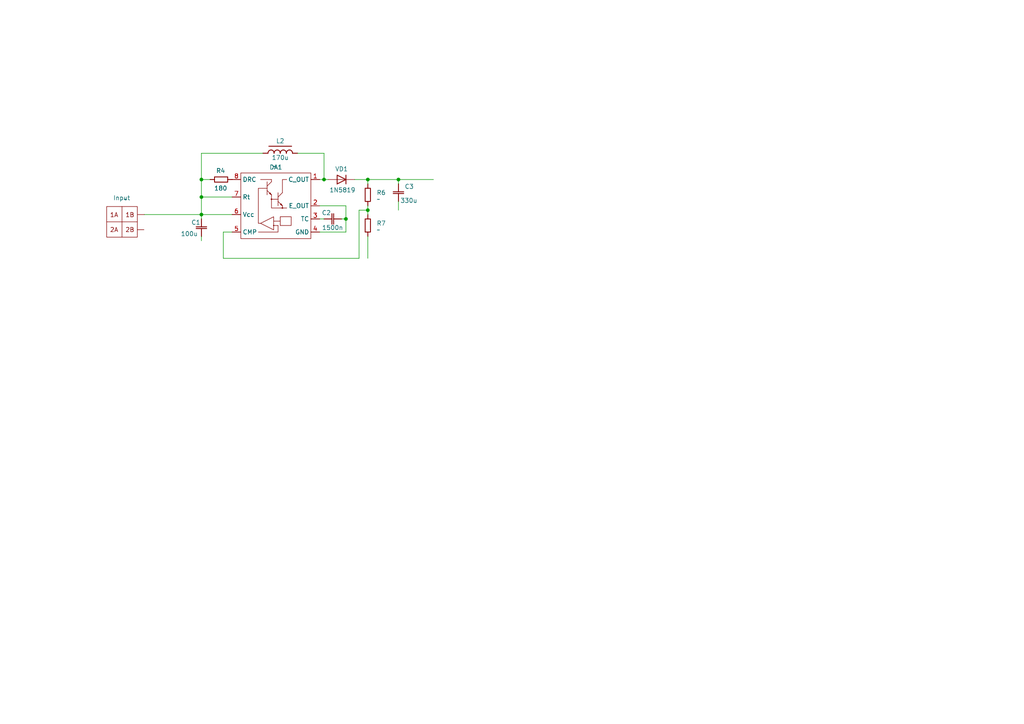
<source format=kicad_sch>
(kicad_sch
	(version 20250114)
	(generator "eeschema")
	(generator_version "9.0")
	(uuid "12addb3e-1f14-4c12-bd81-166fb6559819")
	(paper "A4")
	(lib_symbols
		(symbol "Capacitor_1"
			(exclude_from_sim no)
			(in_bom yes)
			(on_board yes)
			(property "Reference" "С"
				(at 0 2.54 0)
				(effects
					(font
						(size 1.27 1.27)
					)
				)
			)
			(property "Value" ""
				(at 0 0 0)
				(effects
					(font
						(size 1.27 1.27)
					)
				)
			)
			(property "Footprint" ""
				(at 0 0 0)
				(effects
					(font
						(size 1.27 1.27)
					)
					(hide yes)
				)
			)
			(property "Datasheet" ""
				(at 0 0 0)
				(effects
					(font
						(size 1.27 1.27)
					)
					(hide yes)
				)
			)
			(property "Description" ""
				(at 0 0 0)
				(effects
					(font
						(size 1.27 1.27)
					)
					(hide yes)
				)
			)
			(symbol "Capacitor_1_1_1"
				(polyline
					(pts
						(xy -0.254 1.524) (xy -0.254 -1.524)
					)
					(stroke
						(width 0.254)
						(type solid)
					)
					(fill
						(type none)
					)
				)
				(polyline
					(pts
						(xy -0.254 0) (xy -2.54 0)
					)
					(stroke
						(width 0.254)
						(type solid)
					)
					(fill
						(type none)
					)
				)
				(polyline
					(pts
						(xy 0.254 1.524) (xy 0.254 -1.524)
					)
					(stroke
						(width 0.254)
						(type solid)
					)
					(fill
						(type none)
					)
				)
				(polyline
					(pts
						(xy 0.254 0) (xy 2.54 0)
					)
					(stroke
						(width 0.254)
						(type solid)
					)
					(fill
						(type none)
					)
				)
				(pin passive line
					(at -2.54 0 0)
					(length 0)
					(name ""
						(effects
							(font
								(size 1.27 1.27)
							)
						)
					)
					(number ""
						(effects
							(font
								(size 1.27 1.27)
							)
						)
					)
				)
				(pin passive line
					(at 2.54 0 180)
					(length 0)
					(name ""
						(effects
							(font
								(size 1.27 1.27)
							)
						)
					)
					(number ""
						(effects
							(font
								(size 1.27 1.27)
							)
						)
					)
				)
			)
			(embedded_fonts no)
		)
		(symbol "Capacitor_2"
			(exclude_from_sim no)
			(in_bom yes)
			(on_board yes)
			(property "Reference" "С"
				(at 0 2.54 0)
				(effects
					(font
						(size 1.27 1.27)
					)
				)
			)
			(property "Value" ""
				(at 0 0 0)
				(effects
					(font
						(size 1.27 1.27)
					)
				)
			)
			(property "Footprint" ""
				(at 0 0 0)
				(effects
					(font
						(size 1.27 1.27)
					)
					(hide yes)
				)
			)
			(property "Datasheet" ""
				(at 0 0 0)
				(effects
					(font
						(size 1.27 1.27)
					)
					(hide yes)
				)
			)
			(property "Description" ""
				(at 0 0 0)
				(effects
					(font
						(size 1.27 1.27)
					)
					(hide yes)
				)
			)
			(symbol "Capacitor_2_1_1"
				(polyline
					(pts
						(xy -0.254 1.524) (xy -0.254 -1.524)
					)
					(stroke
						(width 0.254)
						(type solid)
					)
					(fill
						(type none)
					)
				)
				(polyline
					(pts
						(xy -0.254 0) (xy -2.54 0)
					)
					(stroke
						(width 0.254)
						(type solid)
					)
					(fill
						(type none)
					)
				)
				(polyline
					(pts
						(xy 0.254 1.524) (xy 0.254 -1.524)
					)
					(stroke
						(width 0.254)
						(type solid)
					)
					(fill
						(type none)
					)
				)
				(polyline
					(pts
						(xy 0.254 0) (xy 2.54 0)
					)
					(stroke
						(width 0.254)
						(type solid)
					)
					(fill
						(type none)
					)
				)
				(pin passive line
					(at -2.54 0 0)
					(length 0)
					(name ""
						(effects
							(font
								(size 1.27 1.27)
							)
						)
					)
					(number ""
						(effects
							(font
								(size 1.27 1.27)
							)
						)
					)
				)
				(pin passive line
					(at 2.54 0 180)
					(length 0)
					(name ""
						(effects
							(font
								(size 1.27 1.27)
							)
						)
					)
					(number ""
						(effects
							(font
								(size 1.27 1.27)
							)
						)
					)
				)
			)
			(embedded_fonts no)
		)
		(symbol "Diode:1N5819"
			(pin_numbers
				(hide yes)
			)
			(pin_names
				(offset 1.016)
				(hide yes)
			)
			(exclude_from_sim no)
			(in_bom yes)
			(on_board yes)
			(property "Reference" "D1"
				(at -0.3175 -6.35 0)
				(effects
					(font
						(size 1.27 1.27)
					)
				)
			)
			(property "Value" "1N5819"
				(at -0.3175 -3.81 0)
				(effects
					(font
						(size 1.27 1.27)
					)
				)
			)
			(property "Footprint" "Diode_THT:D_DO-41_SOD81_P10.16mm_Horizontal"
				(at 0 -4.445 0)
				(effects
					(font
						(size 1.27 1.27)
					)
					(hide yes)
				)
			)
			(property "Datasheet" "http://www.vishay.com/docs/88525/1n5817.pdf"
				(at 0 0 0)
				(effects
					(font
						(size 1.27 1.27)
					)
					(hide yes)
				)
			)
			(property "Description" ""
				(at 0 0 0)
				(effects
					(font
						(size 1.27 1.27)
					)
				)
			)
			(property "ki_keywords" "diode Schottky"
				(at 0 0 0)
				(effects
					(font
						(size 1.27 1.27)
					)
					(hide yes)
				)
			)
			(property "ki_fp_filters" "D*DO?41*"
				(at 0 0 0)
				(effects
					(font
						(size 1.27 1.27)
					)
					(hide yes)
				)
			)
			(symbol "1N5819_0_1"
				(polyline
					(pts
						(xy 1.27 1.27) (xy 1.27 -1.27) (xy -1.27 0) (xy 1.27 1.27)
					)
					(stroke
						(width 0.254)
						(type default)
					)
					(fill
						(type none)
					)
				)
				(polyline
					(pts
						(xy 1.27 0) (xy -1.27 0)
					)
					(stroke
						(width 0)
						(type default)
					)
					(fill
						(type none)
					)
				)
			)
			(symbol "1N5819_1_1"
				(polyline
					(pts
						(xy -1.27 1.27) (xy -1.27 -1.27)
					)
					(stroke
						(width 0.254)
						(type solid)
					)
					(fill
						(type none)
					)
				)
				(pin passive line
					(at -3.81 0 0)
					(length 2.54)
					(name "K"
						(effects
							(font
								(size 1.27 1.27)
							)
						)
					)
					(number "1"
						(effects
							(font
								(size 1.27 1.27)
							)
						)
					)
				)
				(pin passive line
					(at 3.81 0 180)
					(length 2.54)
					(name "A"
						(effects
							(font
								(size 1.27 1.27)
							)
						)
					)
					(number "2"
						(effects
							(font
								(size 1.27 1.27)
							)
						)
					)
				)
			)
			(embedded_fonts no)
		)
		(symbol "Resistor_1"
			(exclude_from_sim no)
			(in_bom yes)
			(on_board yes)
			(property "Reference" "R"
				(at 0.508 -0.254 0)
				(effects
					(font
						(size 1.27 1.27)
					)
				)
			)
			(property "Value" ""
				(at 0 0 0)
				(effects
					(font
						(size 1.27 1.27)
					)
				)
			)
			(property "Footprint" ""
				(at 0 0 0)
				(effects
					(font
						(size 1.27 1.27)
					)
					(hide yes)
				)
			)
			(property "Datasheet" ""
				(at 0 0 0)
				(effects
					(font
						(size 1.27 1.27)
					)
					(hide yes)
				)
			)
			(property "Description" ""
				(at 0 0 0)
				(effects
					(font
						(size 1.27 1.27)
					)
					(hide yes)
				)
			)
			(symbol "Resistor_1_1_1"
				(rectangle
					(start -1.27 -1.778)
					(end 2.54 -3.302)
					(stroke
						(width 0.254)
						(type solid)
					)
					(fill
						(type none)
					)
				)
				(polyline
					(pts
						(xy -1.27 -2.54) (xy -2.54 -2.54)
					)
					(stroke
						(width 0.254)
						(type solid)
					)
					(fill
						(type none)
					)
				)
				(polyline
					(pts
						(xy 2.54 -2.54) (xy 3.81 -2.54)
					)
					(stroke
						(width 0.254)
						(type solid)
					)
					(fill
						(type none)
					)
				)
				(pin passive line
					(at -2.54 -2.54 0)
					(length 0)
					(name ""
						(effects
							(font
								(size 1.27 1.27)
							)
						)
					)
					(number ""
						(effects
							(font
								(size 1.27 1.27)
							)
						)
					)
				)
				(pin passive line
					(at 3.81 -2.54 180)
					(length 0)
					(name ""
						(effects
							(font
								(size 1.27 1.27)
							)
						)
					)
					(number ""
						(effects
							(font
								(size 1.27 1.27)
							)
						)
					)
				)
			)
			(embedded_fonts no)
		)
		(symbol "Resistor_2"
			(exclude_from_sim no)
			(in_bom yes)
			(on_board yes)
			(property "Reference" "R"
				(at 0.508 -0.254 0)
				(effects
					(font
						(size 1.27 1.27)
					)
				)
			)
			(property "Value" ""
				(at 0 0 0)
				(effects
					(font
						(size 1.27 1.27)
					)
				)
			)
			(property "Footprint" ""
				(at 0 0 0)
				(effects
					(font
						(size 1.27 1.27)
					)
					(hide yes)
				)
			)
			(property "Datasheet" ""
				(at 0 0 0)
				(effects
					(font
						(size 1.27 1.27)
					)
					(hide yes)
				)
			)
			(property "Description" ""
				(at 0 0 0)
				(effects
					(font
						(size 1.27 1.27)
					)
					(hide yes)
				)
			)
			(symbol "Resistor_2_1_1"
				(rectangle
					(start -1.27 -1.778)
					(end 2.54 -3.302)
					(stroke
						(width 0.254)
						(type solid)
					)
					(fill
						(type none)
					)
				)
				(polyline
					(pts
						(xy -1.27 -2.54) (xy -2.54 -2.54)
					)
					(stroke
						(width 0.254)
						(type solid)
					)
					(fill
						(type none)
					)
				)
				(polyline
					(pts
						(xy 2.54 -2.54) (xy 3.81 -2.54)
					)
					(stroke
						(width 0.254)
						(type solid)
					)
					(fill
						(type none)
					)
				)
				(pin passive line
					(at -2.54 -2.54 0)
					(length 0)
					(name ""
						(effects
							(font
								(size 1.27 1.27)
							)
						)
					)
					(number ""
						(effects
							(font
								(size 1.27 1.27)
							)
						)
					)
				)
				(pin passive line
					(at 3.81 -2.54 180)
					(length 0)
					(name ""
						(effects
							(font
								(size 1.27 1.27)
							)
						)
					)
					(number ""
						(effects
							(font
								(size 1.27 1.27)
							)
						)
					)
				)
			)
			(embedded_fonts no)
		)
		(symbol "Resistor_3"
			(exclude_from_sim no)
			(in_bom yes)
			(on_board yes)
			(property "Reference" "R"
				(at 0.508 -0.254 0)
				(effects
					(font
						(size 1.27 1.27)
					)
				)
			)
			(property "Value" ""
				(at 0 0 0)
				(effects
					(font
						(size 1.27 1.27)
					)
				)
			)
			(property "Footprint" ""
				(at 0 0 0)
				(effects
					(font
						(size 1.27 1.27)
					)
					(hide yes)
				)
			)
			(property "Datasheet" ""
				(at 0 0 0)
				(effects
					(font
						(size 1.27 1.27)
					)
					(hide yes)
				)
			)
			(property "Description" ""
				(at 0 0 0)
				(effects
					(font
						(size 1.27 1.27)
					)
					(hide yes)
				)
			)
			(symbol "Resistor_3_1_1"
				(rectangle
					(start -1.27 -1.778)
					(end 2.54 -3.302)
					(stroke
						(width 0.254)
						(type solid)
					)
					(fill
						(type none)
					)
				)
				(polyline
					(pts
						(xy -1.27 -2.54) (xy -2.54 -2.54)
					)
					(stroke
						(width 0.254)
						(type solid)
					)
					(fill
						(type none)
					)
				)
				(polyline
					(pts
						(xy 2.54 -2.54) (xy 3.81 -2.54)
					)
					(stroke
						(width 0.254)
						(type solid)
					)
					(fill
						(type none)
					)
				)
				(pin passive line
					(at -2.54 -2.54 0)
					(length 0)
					(name ""
						(effects
							(font
								(size 1.27 1.27)
							)
						)
					)
					(number ""
						(effects
							(font
								(size 1.27 1.27)
							)
						)
					)
				)
				(pin passive line
					(at 3.81 -2.54 180)
					(length 0)
					(name ""
						(effects
							(font
								(size 1.27 1.27)
							)
						)
					)
					(number ""
						(effects
							(font
								(size 1.27 1.27)
							)
						)
					)
				)
			)
			(embedded_fonts no)
		)
		(symbol "for work:Capacitor"
			(exclude_from_sim no)
			(in_bom yes)
			(on_board yes)
			(property "Reference" "С"
				(at 0 2.54 0)
				(effects
					(font
						(size 1.27 1.27)
					)
				)
			)
			(property "Value" ""
				(at 0 0 0)
				(effects
					(font
						(size 1.27 1.27)
					)
				)
			)
			(property "Footprint" ""
				(at 0 0 0)
				(effects
					(font
						(size 1.27 1.27)
					)
					(hide yes)
				)
			)
			(property "Datasheet" ""
				(at 0 0 0)
				(effects
					(font
						(size 1.27 1.27)
					)
					(hide yes)
				)
			)
			(property "Description" ""
				(at 0 0 0)
				(effects
					(font
						(size 1.27 1.27)
					)
					(hide yes)
				)
			)
			(symbol "Capacitor_1_1"
				(polyline
					(pts
						(xy -0.254 1.524) (xy -0.254 -1.524)
					)
					(stroke
						(width 0.254)
						(type solid)
					)
					(fill
						(type none)
					)
				)
				(polyline
					(pts
						(xy -0.254 0) (xy -2.54 0)
					)
					(stroke
						(width 0.254)
						(type solid)
					)
					(fill
						(type none)
					)
				)
				(polyline
					(pts
						(xy 0.254 1.524) (xy 0.254 -1.524)
					)
					(stroke
						(width 0.254)
						(type solid)
					)
					(fill
						(type none)
					)
				)
				(polyline
					(pts
						(xy 0.254 0) (xy 2.54 0)
					)
					(stroke
						(width 0.254)
						(type solid)
					)
					(fill
						(type none)
					)
				)
				(pin passive line
					(at -2.54 0 0)
					(length 0)
					(name ""
						(effects
							(font
								(size 1.27 1.27)
							)
						)
					)
					(number ""
						(effects
							(font
								(size 1.27 1.27)
							)
						)
					)
				)
				(pin passive line
					(at 2.54 0 180)
					(length 0)
					(name ""
						(effects
							(font
								(size 1.27 1.27)
							)
						)
					)
					(number ""
						(effects
							(font
								(size 1.27 1.27)
							)
						)
					)
				)
			)
			(embedded_fonts no)
		)
		(symbol "for work:Inductor"
			(exclude_from_sim no)
			(in_bom yes)
			(on_board yes)
			(property "Reference" "L2"
				(at 0 1.778 0)
				(effects
					(font
						(size 1.27 1.27)
					)
				)
			)
			(property "Value" "~"
				(at 0 1.27 0)
				(effects
					(font
						(size 1.27 1.27)
					)
				)
			)
			(property "Footprint" ""
				(at 0 0 0)
				(effects
					(font
						(size 1.27 1.27)
					)
					(hide yes)
				)
			)
			(property "Datasheet" ""
				(at 0 0 0)
				(effects
					(font
						(size 1.27 1.27)
					)
					(hide yes)
				)
			)
			(property "Description" ""
				(at 0 0 0)
				(effects
					(font
						(size 1.27 1.27)
					)
					(hide yes)
				)
			)
			(symbol "Inductor_1_1"
				(bezier
					(pts
						(xy -3.556 -1.27) (xy -3.556 0) (xy -1.778 0) (xy -1.778 -1.27)
					)
					(stroke
						(width 0.254)
						(type solid)
					)
					(fill
						(type none)
					)
				)
				(polyline
					(pts
						(xy -3.556 -1.27) (xy -5.08 -1.27)
					)
					(stroke
						(width 0.254)
						(type solid)
					)
					(fill
						(type none)
					)
				)
				(polyline
					(pts
						(xy -3.302 0.762) (xy 3.302 0.762)
					)
					(stroke
						(width 0.254)
						(type solid)
					)
					(fill
						(type none)
					)
				)
				(bezier
					(pts
						(xy -1.778 -1.27) (xy -1.778 0) (xy 0 0) (xy 0 -1.27)
					)
					(stroke
						(width 0.254)
						(type solid)
					)
					(fill
						(type none)
					)
				)
				(bezier
					(pts
						(xy 0 -1.27) (xy 0 0) (xy 1.778 0) (xy 1.778 -1.27)
					)
					(stroke
						(width 0.254)
						(type solid)
					)
					(fill
						(type none)
					)
				)
				(bezier
					(pts
						(xy 1.778 -1.27) (xy 1.778 0) (xy 3.556 0) (xy 3.556 -1.27)
					)
					(stroke
						(width 0.254)
						(type solid)
					)
					(fill
						(type none)
					)
				)
				(polyline
					(pts
						(xy 3.556 -1.27) (xy 5.08 -1.27)
					)
					(stroke
						(width 0.254)
						(type solid)
					)
					(fill
						(type none)
					)
				)
				(pin passive line
					(at -5.08 -1.27 0)
					(length 0)
					(name ""
						(effects
							(font
								(size 1.27 1.27)
							)
						)
					)
					(number ""
						(effects
							(font
								(size 1.27 1.27)
							)
						)
					)
				)
				(pin passive line
					(at 5.08 -1.27 180)
					(length 0)
					(name ""
						(effects
							(font
								(size 1.27 1.27)
							)
						)
					)
					(number ""
						(effects
							(font
								(size 1.27 1.27)
							)
						)
					)
				)
			)
			(embedded_fonts no)
		)
		(symbol "for work:terminal_block_input"
			(exclude_from_sim no)
			(in_bom yes)
			(on_board yes)
			(property "Reference" "Input"
				(at 0 6.35 0)
				(effects
					(font
						(size 1.27 1.27)
					)
				)
			)
			(property "Value" ""
				(at 0 0 0)
				(effects
					(font
						(size 1.27 1.27)
					)
				)
			)
			(property "Footprint" ""
				(at 0 0 0)
				(effects
					(font
						(size 1.27 1.27)
					)
					(hide yes)
				)
			)
			(property "Datasheet" ""
				(at 0 0 0)
				(effects
					(font
						(size 1.27 1.27)
					)
					(hide yes)
				)
			)
			(property "Description" ""
				(at 0 0 0)
				(effects
					(font
						(size 1.27 1.27)
					)
					(hide yes)
				)
			)
			(symbol "terminal_block_input_0_1"
				(rectangle
					(start -4.445 4.191)
					(end 4.445 -4.699)
					(stroke
						(width 0)
						(type default)
					)
					(fill
						(type none)
					)
				)
				(polyline
					(pts
						(xy -4.445 -0.254) (xy 4.445 -0.254)
					)
					(stroke
						(width 0)
						(type default)
					)
					(fill
						(type none)
					)
				)
				(polyline
					(pts
						(xy 0 4.191) (xy 0 -4.699)
					)
					(stroke
						(width 0)
						(type default)
					)
					(fill
						(type none)
					)
				)
				(polyline
					(pts
						(xy 4.445 -2.54) (xy 6.35 -2.54)
					)
					(stroke
						(width 0)
						(type default)
					)
					(fill
						(type none)
					)
				)
				(polyline
					(pts
						(xy 4.5655 1.8582) (xy 6.4705 1.8582)
					)
					(stroke
						(width 0)
						(type default)
					)
					(fill
						(type none)
					)
				)
			)
			(symbol "terminal_block_input_1_1"
				(text "1A"
					(at -2.286 1.778 0)
					(effects
						(font
							(size 1.27 1.27)
						)
					)
				)
				(text "2A"
					(at -2.286 -2.54 0)
					(effects
						(font
							(size 1.27 1.27)
						)
					)
				)
				(text "1B"
					(at 2.286 1.778 0)
					(effects
						(font
							(size 1.27 1.27)
						)
					)
				)
				(text "2B"
					(at 2.286 -2.54 0)
					(effects
						(font
							(size 1.27 1.27)
						)
					)
				)
				(pin passive line
					(at 6.35 -2.54 180)
					(length 0)
					(name ""
						(effects
							(font
								(size 1.27 1.27)
							)
						)
					)
					(number ""
						(effects
							(font
								(size 1.27 1.27)
							)
						)
					)
				)
				(pin passive line
					(at 6.4705 1.8582 180)
					(length 0)
					(name ""
						(effects
							(font
								(size 1.27 1.27)
							)
						)
					)
					(number ""
						(effects
							(font
								(size 1.27 1.27)
							)
						)
					)
				)
			)
			(embedded_fonts no)
		)
		(symbol "for work:КР1156ЕУ5"
			(exclude_from_sim no)
			(in_bom yes)
			(on_board yes)
			(property "Reference" "DА1"
				(at 0 11.43 0)
				(effects
					(font
						(size 1.27 1.27)
					)
				)
			)
			(property "Value" ""
				(at 0 0 0)
				(effects
					(font
						(size 1.27 1.27)
					)
				)
			)
			(property "Footprint" ""
				(at 0 0 0)
				(effects
					(font
						(size 1.27 1.27)
					)
					(hide yes)
				)
			)
			(property "Datasheet" ""
				(at 0 0 0)
				(effects
					(font
						(size 1.27 1.27)
					)
					(hide yes)
				)
			)
			(property "Description" ""
				(at 0 0 0)
				(effects
					(font
						(size 1.27 1.27)
					)
					(hide yes)
				)
			)
			(symbol "КР1156ЕУ5_0_1"
				(rectangle
					(start -11.43 9.525)
					(end 8.89 -9.525)
					(stroke
						(width 0)
						(type default)
					)
					(fill
						(type none)
					)
				)
				(polyline
					(pts
						(xy -5.715 7.62) (xy -2.54 7.62)
					)
					(stroke
						(width 0)
						(type default)
					)
					(fill
						(type none)
					)
				)
				(polyline
					(pts
						(xy -3.81 6.985) (xy -3.81 3.175)
					)
					(stroke
						(width 0)
						(type default)
					)
					(fill
						(type none)
					)
				)
				(polyline
					(pts
						(xy -2.54 6.985) (xy -3.81 5.715)
					)
					(stroke
						(width 0)
						(type default)
					)
					(fill
						(type none)
					)
				)
				(polyline
					(pts
						(xy -0.635 3.81) (xy -0.635 0)
					)
					(stroke
						(width 0)
						(type default)
					)
					(fill
						(type none)
					)
				)
				(polyline
					(pts
						(xy 0.635 3.81) (xy -0.635 2.54)
					)
					(stroke
						(width 0)
						(type default)
					)
					(fill
						(type none)
					)
				)
			)
			(symbol "КР1156ЕУ5_1_1"
				(polyline
					(pts
						(xy -5.715 -5.08) (xy -1.905 -3.175) (xy -1.905 -6.985) (xy -5.715 -5.08)
					)
					(stroke
						(width 0)
						(type default)
					)
					(fill
						(type none)
					)
				)
				(polyline
					(pts
						(xy -5.08 5.08) (xy -6.35 5.08) (xy -6.35 -5.08) (xy -5.715 -5.08)
					)
					(stroke
						(width 0)
						(type default)
					)
					(fill
						(type none)
					)
				)
				(polyline
					(pts
						(xy -3.81 5.08) (xy -5.08 5.08)
					)
					(stroke
						(width 0)
						(type default)
					)
					(fill
						(type none)
					)
				)
				(polyline
					(pts
						(xy -3.81 4.445) (xy -2.54 3.175)
					)
					(stroke
						(width 0)
						(type solid)
					)
					(fill
						(type none)
					)
				)
				(polyline
					(pts
						(xy -2.54 7.62) (xy -2.54 6.985)
					)
					(stroke
						(width 0)
						(type default)
					)
					(fill
						(type none)
					)
				)
				(polyline
					(pts
						(xy -2.54 3.175) (xy -2.54 1.905)
					)
					(stroke
						(width 0)
						(type default)
					)
					(fill
						(type none)
					)
				)
				(polyline
					(pts
						(xy -2.54 3.175) (xy -3.1579 3.555) (xy -2.9266 3.7904) (xy -2.54 3.175)
					)
					(stroke
						(width 0)
						(type solid)
					)
					(fill
						(type none)
					)
				)
				(circle
					(center -2.54 1.905)
					(radius 0.1452)
					(stroke
						(width 0)
						(type default)
					)
					(fill
						(type none)
					)
				)
				(polyline
					(pts
						(xy -2.54 1.905) (xy -2.54 -0.635) (xy 1.905 -0.635)
					)
					(stroke
						(width 0)
						(type default)
					)
					(fill
						(type none)
					)
				)
				(polyline
					(pts
						(xy -1.905 -4.445) (xy 0 -4.445)
					)
					(stroke
						(width 0)
						(type default)
					)
					(fill
						(type none)
					)
				)
				(circle
					(center -1.905 -5.715)
					(radius 0.107)
					(stroke
						(width 0)
						(type default)
					)
					(fill
						(type none)
					)
				)
				(polyline
					(pts
						(xy -1.905 -5.715) (xy -0.635 -5.715)
					)
					(stroke
						(width 0)
						(type default)
					)
					(fill
						(type none)
					)
				)
				(polyline
					(pts
						(xy -0.635 1.905) (xy -2.54 1.905)
					)
					(stroke
						(width 0)
						(type default)
					)
					(fill
						(type none)
					)
				)
				(polyline
					(pts
						(xy -0.635 1.27) (xy 0.635 0)
					)
					(stroke
						(width 0)
						(type solid)
					)
					(fill
						(type none)
					)
				)
				(polyline
					(pts
						(xy -0.635 -5.715) (xy -0.635 -7.62) (xy -6.35 -7.62)
					)
					(stroke
						(width 0)
						(type default)
					)
					(fill
						(type none)
					)
				)
				(rectangle
					(start 0 -3.175)
					(end 3.175 -5.715)
					(stroke
						(width 0)
						(type default)
					)
					(fill
						(type none)
					)
				)
				(polyline
					(pts
						(xy 0.635 0) (xy 0.635 -0.635)
					)
					(stroke
						(width 0)
						(type default)
					)
					(fill
						(type none)
					)
				)
				(polyline
					(pts
						(xy 0.635 0) (xy 0.0171 0.38) (xy 0.2484 0.6154) (xy 0.635 0)
					)
					(stroke
						(width 0)
						(type solid)
					)
					(fill
						(type none)
					)
				)
				(circle
					(center 0.635 -0.635)
					(radius 0.1576)
					(stroke
						(width 0)
						(type default)
					)
					(fill
						(type none)
					)
				)
				(polyline
					(pts
						(xy 1.905 7.62) (xy 0.635 7.62) (xy 0.635 3.81)
					)
					(stroke
						(width 0)
						(type default)
					)
					(fill
						(type none)
					)
				)
				(pin input line
					(at -13.97 7.62 0)
					(length 2.54)
					(name "DRC"
						(effects
							(font
								(size 1.27 1.27)
							)
						)
					)
					(number "8"
						(effects
							(font
								(size 1.27 1.27)
							)
						)
					)
				)
				(pin input line
					(at -13.97 2.54 0)
					(length 2.54)
					(name "Rt"
						(effects
							(font
								(size 1.27 1.27)
							)
						)
					)
					(number "7"
						(effects
							(font
								(size 1.27 1.27)
							)
						)
					)
				)
				(pin input line
					(at -13.97 -2.54 0)
					(length 2.54)
					(name "Vcc"
						(effects
							(font
								(size 1.27 1.27)
							)
						)
					)
					(number "6"
						(effects
							(font
								(size 1.27 1.27)
							)
						)
					)
				)
				(pin output line
					(at -13.97 -7.62 0)
					(length 2.54)
					(name "CMP"
						(effects
							(font
								(size 1.27 1.27)
							)
						)
					)
					(number "5"
						(effects
							(font
								(size 1.27 1.27)
							)
						)
					)
				)
				(pin input line
					(at 11.43 7.62 180)
					(length 2.54)
					(name "C_OUT\n"
						(effects
							(font
								(size 1.27 1.27)
							)
						)
					)
					(number "1"
						(effects
							(font
								(size 1.27 1.27)
							)
						)
					)
				)
				(pin output line
					(at 11.43 0 180)
					(length 2.54)
					(name "E_OUT"
						(effects
							(font
								(size 1.27 1.27)
							)
						)
					)
					(number "2"
						(effects
							(font
								(size 1.27 1.27)
							)
						)
					)
				)
				(pin output line
					(at 11.43 -3.81 180)
					(length 2.54)
					(name "TC"
						(effects
							(font
								(size 1.27 1.27)
							)
						)
					)
					(number "3"
						(effects
							(font
								(size 1.27 1.27)
							)
						)
					)
				)
				(pin output line
					(at 11.43 -7.62 180)
					(length 2.54)
					(name "GND"
						(effects
							(font
								(size 1.27 1.27)
							)
						)
					)
					(number "4"
						(effects
							(font
								(size 1.27 1.27)
							)
						)
					)
				)
			)
			(embedded_fonts no)
		)
	)
	(junction
		(at 58.42 52.07)
		(diameter 0)
		(color 0 0 0 0)
		(uuid "099f39b8-219a-4839-af68-d509f05b61c3")
	)
	(junction
		(at 93.98 52.07)
		(diameter 0)
		(color 0 0 0 0)
		(uuid "244a59a1-a14f-43d9-8a64-441d983de48c")
	)
	(junction
		(at 58.42 62.23)
		(diameter 0)
		(color 0 0 0 0)
		(uuid "3dc69a9a-fc55-4547-80e0-21c53830c683")
	)
	(junction
		(at 106.68 60.96)
		(diameter 0)
		(color 0 0 0 0)
		(uuid "538ef5f9-70e2-4c24-aea5-1999584a08eb")
	)
	(junction
		(at 115.57 52.07)
		(diameter 0)
		(color 0 0 0 0)
		(uuid "7486806e-fe91-43e3-ba1f-9c813e594d2f")
	)
	(junction
		(at 106.68 52.07)
		(diameter 0)
		(color 0 0 0 0)
		(uuid "a2e48c14-19e4-418a-8042-345e9698b1bd")
	)
	(junction
		(at 100.33 63.5)
		(diameter 0)
		(color 0 0 0 0)
		(uuid "a6075a00-648b-44b6-a6a9-b27c4e1ea5e3")
	)
	(junction
		(at 58.42 57.15)
		(diameter 0)
		(color 0 0 0 0)
		(uuid "eb60bf7f-1335-4590-88c1-ec93b19abe8d")
	)
	(wire
		(pts
			(xy 104.14 60.96) (xy 104.14 74.93)
		)
		(stroke
			(width 0)
			(type default)
		)
		(uuid "03e20622-02e5-4aea-be18-848079e42d55")
	)
	(wire
		(pts
			(xy 115.57 58.42) (xy 115.57 60.96)
		)
		(stroke
			(width 0)
			(type default)
		)
		(uuid "10bd4a4a-d5b8-495e-a01e-2fca56613380")
	)
	(wire
		(pts
			(xy 92.71 67.31) (xy 100.33 67.31)
		)
		(stroke
			(width 0)
			(type default)
		)
		(uuid "10d01843-6035-4985-b0da-41e490cd6c0a")
	)
	(wire
		(pts
			(xy 93.98 44.45) (xy 93.98 52.07)
		)
		(stroke
			(width 0)
			(type default)
		)
		(uuid "120705b2-7cfd-4805-b71d-68cf4e65ef3b")
	)
	(wire
		(pts
			(xy 67.31 67.31) (xy 64.77 67.31)
		)
		(stroke
			(width 0)
			(type default)
		)
		(uuid "1433c853-abd6-4573-9916-904e614dd954")
	)
	(wire
		(pts
			(xy 92.71 52.07) (xy 93.98 52.07)
		)
		(stroke
			(width 0)
			(type default)
		)
		(uuid "1fd78e4e-a4f1-4ec8-aba7-7801c7d17085")
	)
	(wire
		(pts
			(xy 92.71 59.69) (xy 100.33 59.69)
		)
		(stroke
			(width 0)
			(type default)
		)
		(uuid "22ac4870-2971-4e0a-a4c2-9fa18eaf0b1d")
	)
	(wire
		(pts
			(xy 58.42 52.07) (xy 60.96 52.07)
		)
		(stroke
			(width 0)
			(type default)
		)
		(uuid "25338202-37c5-4d29-b70b-7c01c737c992")
	)
	(wire
		(pts
			(xy 106.68 52.07) (xy 115.57 52.07)
		)
		(stroke
			(width 0)
			(type default)
		)
		(uuid "328a78fe-018a-4dbb-9726-eaa19fab5847")
	)
	(wire
		(pts
			(xy 67.31 57.15) (xy 58.42 57.15)
		)
		(stroke
			(width 0)
			(type default)
		)
		(uuid "33846486-c13e-4ebf-8df8-fe9fc94da665")
	)
	(wire
		(pts
			(xy 58.42 44.45) (xy 76.2 44.45)
		)
		(stroke
			(width 0)
			(type default)
		)
		(uuid "34d28265-fdef-4355-bcd5-e860f0810756")
	)
	(wire
		(pts
			(xy 100.33 63.5) (xy 100.33 67.31)
		)
		(stroke
			(width 0)
			(type default)
		)
		(uuid "36758962-89fc-4611-8758-389090e5a899")
	)
	(wire
		(pts
			(xy 58.42 62.23) (xy 67.31 62.23)
		)
		(stroke
			(width 0)
			(type default)
		)
		(uuid "46984599-817f-4ba4-b628-01b81fae0d4d")
	)
	(wire
		(pts
			(xy 58.42 62.23) (xy 58.42 63.5)
		)
		(stroke
			(width 0)
			(type default)
		)
		(uuid "4d83e102-418b-4e78-9ec7-5fd9f4ee614c")
	)
	(wire
		(pts
			(xy 58.42 57.15) (xy 58.42 52.07)
		)
		(stroke
			(width 0)
			(type default)
		)
		(uuid "5947980a-b6e0-462a-b916-e0054c9a5627")
	)
	(wire
		(pts
			(xy 92.71 63.5) (xy 93.98 63.5)
		)
		(stroke
			(width 0)
			(type default)
		)
		(uuid "5a554819-8c55-4568-9051-a6d4f0d280fd")
	)
	(wire
		(pts
			(xy 58.42 52.07) (xy 58.42 44.45)
		)
		(stroke
			(width 0)
			(type default)
		)
		(uuid "603fe5e3-3a67-41bd-9d85-c46277626c7b")
	)
	(wire
		(pts
			(xy 58.42 68.58) (xy 58.42 69.85)
		)
		(stroke
			(width 0)
			(type default)
		)
		(uuid "6783e465-55cd-40ae-b330-a3ec8bda1f40")
	)
	(wire
		(pts
			(xy 104.14 60.96) (xy 106.68 60.96)
		)
		(stroke
			(width 0)
			(type default)
		)
		(uuid "6f9af535-5acc-4f6c-bc68-92239520d3cd")
	)
	(wire
		(pts
			(xy 86.36 44.45) (xy 93.98 44.45)
		)
		(stroke
			(width 0)
			(type default)
		)
		(uuid "74f153fb-4313-4839-8c80-62b30e1486dc")
	)
	(wire
		(pts
			(xy 64.77 67.31) (xy 64.77 74.93)
		)
		(stroke
			(width 0)
			(type default)
		)
		(uuid "7da21a1d-300f-4fd5-ab08-3bb53bdb82e4")
	)
	(wire
		(pts
			(xy 115.57 53.34) (xy 115.57 52.07)
		)
		(stroke
			(width 0)
			(type default)
		)
		(uuid "84ae2688-b0c4-4fd8-85de-2e5ca7645529")
	)
	(wire
		(pts
			(xy 106.68 68.58) (xy 106.68 74.93)
		)
		(stroke
			(width 0)
			(type default)
		)
		(uuid "8c6d8a4f-1c3c-437d-97df-bd61d93899c3")
	)
	(wire
		(pts
			(xy 64.77 74.93) (xy 104.14 74.93)
		)
		(stroke
			(width 0)
			(type default)
		)
		(uuid "8d798503-f379-4fae-b9f0-90d89d499fe3")
	)
	(wire
		(pts
			(xy 58.42 62.23) (xy 58.42 57.15)
		)
		(stroke
			(width 0)
			(type default)
		)
		(uuid "932eb2a9-dbf4-4ae6-93c6-41966771695d")
	)
	(wire
		(pts
			(xy 106.68 60.96) (xy 106.68 59.69)
		)
		(stroke
			(width 0)
			(type default)
		)
		(uuid "96ad659a-96ca-4d8f-85b5-5aa098b25809")
	)
	(wire
		(pts
			(xy 102.87 52.07) (xy 106.68 52.07)
		)
		(stroke
			(width 0)
			(type default)
		)
		(uuid "9ba8702c-ca08-42a0-8b23-a7716acffded")
	)
	(wire
		(pts
			(xy 106.68 60.96) (xy 106.68 62.23)
		)
		(stroke
			(width 0)
			(type default)
		)
		(uuid "aa4723f5-0463-4fa6-88d0-fecc62b86ea2")
	)
	(wire
		(pts
			(xy 115.57 52.07) (xy 125.73 52.07)
		)
		(stroke
			(width 0)
			(type default)
		)
		(uuid "b71514d2-a703-4cb0-a30e-70cd5cbb8627")
	)
	(wire
		(pts
			(xy 106.68 53.34) (xy 106.68 52.07)
		)
		(stroke
			(width 0)
			(type default)
		)
		(uuid "bbaabb76-95f4-421f-a1f2-bf98390d170c")
	)
	(wire
		(pts
			(xy 100.33 63.5) (xy 99.06 63.5)
		)
		(stroke
			(width 0)
			(type default)
		)
		(uuid "d91901bb-8b01-443e-a5a6-2319776e2b37")
	)
	(wire
		(pts
			(xy 41.91 62.23) (xy 58.42 62.23)
		)
		(stroke
			(width 0)
			(type default)
		)
		(uuid "e35ec31e-8765-4b12-b234-0324c18caa9e")
	)
	(wire
		(pts
			(xy 93.98 52.07) (xy 95.25 52.07)
		)
		(stroke
			(width 0)
			(type default)
		)
		(uuid "eb06fd32-c5cd-4392-a348-3b7fd11d74cc")
	)
	(wire
		(pts
			(xy 100.33 59.69) (xy 100.33 63.5)
		)
		(stroke
			(width 0)
			(type default)
		)
		(uuid "f151405e-ad96-4f52-a96b-313f8e691d20")
	)
	(symbol
		(lib_id "for work:КР1156ЕУ5")
		(at 81.28 59.69 0)
		(unit 1)
		(exclude_from_sim no)
		(in_bom yes)
		(on_board yes)
		(dnp no)
		(uuid "1c7f67e3-153e-4336-b82c-de7048e84188")
		(property "Reference" "DА1"
			(at 80.01 48.514 0)
			(effects
				(font
					(size 1.27 1.27)
				)
			)
		)
		(property "Value" "~"
			(at 79.7048 48.26 0)
			(effects
				(font
					(size 1.27 1.27)
				)
			)
		)
		(property "Footprint" ""
			(at 81.28 59.69 0)
			(effects
				(font
					(size 1.27 1.27)
				)
				(hide yes)
			)
		)
		(property "Datasheet" ""
			(at 81.28 59.69 0)
			(effects
				(font
					(size 1.27 1.27)
				)
				(hide yes)
			)
		)
		(property "Description" ""
			(at 81.28 59.69 0)
			(effects
				(font
					(size 1.27 1.27)
				)
				(hide yes)
			)
		)
		(pin "2"
			(uuid "44250da8-21dd-4176-a927-34cfea62a6a6")
		)
		(pin "8"
			(uuid "2d1fe715-7718-4071-b0eb-00eda89b9698")
		)
		(pin "4"
			(uuid "f29162c0-4b1f-4803-86f0-1ba7e50bcf73")
		)
		(pin "3"
			(uuid "59d45669-a456-4192-a350-ff2fddd6edef")
		)
		(pin "6"
			(uuid "a6b0b7cb-5d9f-40bb-a9bc-e6f0ec26378b")
		)
		(pin "1"
			(uuid "4154903c-a136-4b86-971f-c6b757f0dce0")
		)
		(pin "5"
			(uuid "76360b19-6e79-40ac-b7d5-9844734899c4")
		)
		(pin "7"
			(uuid "9b168bcf-0674-4d93-8531-26b725e1db7c")
		)
		(instances
			(project ""
				(path "/12addb3e-1f14-4c12-bd81-166fb6559819"
					(reference "DА1")
					(unit 1)
				)
			)
		)
	)
	(symbol
		(lib_id "for work:Capacitor")
		(at 58.42 66.04 90)
		(unit 1)
		(exclude_from_sim no)
		(in_bom yes)
		(on_board yes)
		(dnp no)
		(uuid "2e9e8cee-96d9-4c75-9244-a4785c5b6aea")
		(property "Reference" "С1"
			(at 58.166 64.516 90)
			(effects
				(font
					(size 1.27 1.27)
				)
				(justify left)
			)
		)
		(property "Value" "100u"
			(at 57.404 67.818 90)
			(effects
				(font
					(size 1.27 1.27)
				)
				(justify left)
			)
		)
		(property "Footprint" ""
			(at 58.42 66.04 0)
			(effects
				(font
					(size 1.27 1.27)
				)
				(hide yes)
			)
		)
		(property "Datasheet" ""
			(at 58.42 66.04 0)
			(effects
				(font
					(size 1.27 1.27)
				)
				(hide yes)
			)
		)
		(property "Description" ""
			(at 58.42 66.04 0)
			(effects
				(font
					(size 1.27 1.27)
				)
				(hide yes)
			)
		)
		(pin ""
			(uuid "224459bd-23e1-4245-96a1-ccb9e10f5d1f")
		)
		(pin ""
			(uuid "f12a27a0-1f46-4532-815a-a4c47b77ccb8")
		)
		(instances
			(project ""
				(path "/12addb3e-1f14-4c12-bd81-166fb6559819"
					(reference "С1")
					(unit 1)
				)
			)
		)
	)
	(symbol
		(lib_id "for work:terminal_block_input")
		(at 35.3842 64.091 0)
		(unit 1)
		(exclude_from_sim no)
		(in_bom yes)
		(on_board yes)
		(dnp no)
		(uuid "3d21db4d-56e9-4fd8-95b4-86795ac872bb")
		(property "Reference" "Input"
			(at 35.306 57.404 0)
			(effects
				(font
					(size 1.27 1.27)
				)
			)
		)
		(property "Value" "~"
			(at 36.3969 57.741 0)
			(effects
				(font
					(size 1.27 1.27)
				)
			)
		)
		(property "Footprint" ""
			(at 35.3842 64.091 0)
			(effects
				(font
					(size 1.27 1.27)
				)
				(hide yes)
			)
		)
		(property "Datasheet" ""
			(at 35.3842 64.091 0)
			(effects
				(font
					(size 1.27 1.27)
				)
				(hide yes)
			)
		)
		(property "Description" ""
			(at 35.3842 64.091 0)
			(effects
				(font
					(size 1.27 1.27)
				)
				(hide yes)
			)
		)
		(pin ""
			(uuid "38aa77b9-1e19-475b-983b-1b331142c31d")
		)
		(pin ""
			(uuid "e8b18159-61fa-489f-b1fe-8a179744ec7d")
		)
		(instances
			(project "КР1156ЕУ5 Повыш"
				(path "/12addb3e-1f14-4c12-bd81-166fb6559819"
					(reference "Input")
					(unit 1)
				)
			)
		)
	)
	(symbol
		(lib_id "for work:Inductor")
		(at 81.28 43.18 0)
		(unit 1)
		(exclude_from_sim no)
		(in_bom yes)
		(on_board yes)
		(dnp no)
		(uuid "4156f4a8-2ab8-40d5-894e-cdfd64a381a1")
		(property "Reference" "L2"
			(at 81.28 40.894 0)
			(effects
				(font
					(size 1.27 1.27)
				)
			)
		)
		(property "Value" "170u"
			(at 81.28 45.72 0)
			(effects
				(font
					(size 1.27 1.27)
				)
			)
		)
		(property "Footprint" ""
			(at 81.28 43.18 0)
			(effects
				(font
					(size 1.27 1.27)
				)
				(hide yes)
			)
		)
		(property "Datasheet" ""
			(at 81.28 43.18 0)
			(effects
				(font
					(size 1.27 1.27)
				)
				(hide yes)
			)
		)
		(property "Description" ""
			(at 81.28 43.18 0)
			(effects
				(font
					(size 1.27 1.27)
				)
				(hide yes)
			)
		)
		(pin ""
			(uuid "f0746928-589d-4754-a0be-1cb8d02f02e5")
		)
		(pin ""
			(uuid "3701d969-d7c0-4cb5-99ee-75a513a30b7e")
		)
		(instances
			(project ""
				(path "/12addb3e-1f14-4c12-bd81-166fb6559819"
					(reference "L2")
					(unit 1)
				)
			)
		)
	)
	(symbol
		(lib_name "Capacitor_2")
		(lib_id "for work:Capacitor")
		(at 115.57 55.88 270)
		(unit 1)
		(exclude_from_sim no)
		(in_bom yes)
		(on_board yes)
		(dnp no)
		(uuid "626cc228-e108-4c71-973e-cb5a1c07524d")
		(property "Reference" "С3"
			(at 117.348 54.102 90)
			(effects
				(font
					(size 1.27 1.27)
				)
				(justify left)
			)
		)
		(property "Value" "330u"
			(at 116.078 58.166 90)
			(effects
				(font
					(size 1.27 1.27)
				)
				(justify left)
			)
		)
		(property "Footprint" ""
			(at 115.57 55.88 0)
			(effects
				(font
					(size 1.27 1.27)
				)
				(hide yes)
			)
		)
		(property "Datasheet" ""
			(at 115.57 55.88 0)
			(effects
				(font
					(size 1.27 1.27)
				)
				(hide yes)
			)
		)
		(property "Description" ""
			(at 115.57 55.88 0)
			(effects
				(font
					(size 1.27 1.27)
				)
				(hide yes)
			)
		)
		(pin ""
			(uuid "34d47d10-d101-4d6c-9c04-6feb80aaa7b1")
		)
		(pin ""
			(uuid "1b85e68a-5f13-4c85-9cec-a876f97960b9")
		)
		(instances
			(project "КР1156ЕУ5 Повыш"
				(path "/12addb3e-1f14-4c12-bd81-166fb6559819"
					(reference "С3")
					(unit 1)
				)
			)
		)
	)
	(symbol
		(lib_name "Capacitor_1")
		(lib_id "for work:Capacitor")
		(at 96.52 63.5 180)
		(unit 1)
		(exclude_from_sim no)
		(in_bom yes)
		(on_board yes)
		(dnp no)
		(uuid "7fb6e013-4779-4360-b533-99208dd6ba3c")
		(property "Reference" "С2"
			(at 96.012 61.722 0)
			(effects
				(font
					(size 1.27 1.27)
				)
				(justify left)
			)
		)
		(property "Value" "1500n"
			(at 99.568 66.04 0)
			(effects
				(font
					(size 1.27 1.27)
				)
				(justify left)
			)
		)
		(property "Footprint" ""
			(at 96.52 63.5 0)
			(effects
				(font
					(size 1.27 1.27)
				)
				(hide yes)
			)
		)
		(property "Datasheet" ""
			(at 96.52 63.5 0)
			(effects
				(font
					(size 1.27 1.27)
				)
				(hide yes)
			)
		)
		(property "Description" ""
			(at 96.52 63.5 0)
			(effects
				(font
					(size 1.27 1.27)
				)
				(hide yes)
			)
		)
		(pin ""
			(uuid "5f86c937-da7e-43db-9101-9f97e5d1031e")
		)
		(pin ""
			(uuid "ae75241f-d936-4da8-b7d4-66bc7833b219")
		)
		(instances
			(project "КР1156ЕУ5 Повыш"
				(path "/12addb3e-1f14-4c12-bd81-166fb6559819"
					(reference "С2")
					(unit 1)
				)
			)
		)
	)
	(symbol
		(lib_name "Resistor_3")
		(lib_id "for work:Resistor")
		(at 104.14 66.04 90)
		(unit 1)
		(exclude_from_sim no)
		(in_bom yes)
		(on_board yes)
		(dnp no)
		(fields_autoplaced yes)
		(uuid "94201c32-307b-40b7-9b5c-c47f1cf98d1e")
		(property "Reference" "R7"
			(at 109.22 64.7699 90)
			(effects
				(font
					(size 1.27 1.27)
				)
				(justify right)
			)
		)
		(property "Value" "~"
			(at 109.22 66.675 90)
			(effects
				(font
					(size 1.27 1.27)
				)
				(justify right)
			)
		)
		(property "Footprint" ""
			(at 104.14 66.04 0)
			(effects
				(font
					(size 1.27 1.27)
				)
				(hide yes)
			)
		)
		(property "Datasheet" ""
			(at 104.14 66.04 0)
			(effects
				(font
					(size 1.27 1.27)
				)
				(hide yes)
			)
		)
		(property "Description" ""
			(at 104.14 66.04 0)
			(effects
				(font
					(size 1.27 1.27)
				)
				(hide yes)
			)
		)
		(pin ""
			(uuid "a5e1ea38-18b6-4822-a36d-1a0472f54f71")
		)
		(pin ""
			(uuid "35f6fe0a-267a-4b75-8262-e634f10a6121")
		)
		(instances
			(project "КР1156ЕУ5 Повыш"
				(path "/12addb3e-1f14-4c12-bd81-166fb6559819"
					(reference "R7")
					(unit 1)
				)
			)
		)
	)
	(symbol
		(lib_name "Resistor_2")
		(lib_id "for work:Resistor")
		(at 104.14 57.15 90)
		(unit 1)
		(exclude_from_sim no)
		(in_bom yes)
		(on_board yes)
		(dnp no)
		(fields_autoplaced yes)
		(uuid "b8023a4e-b039-4243-8194-59096a91f7e5")
		(property "Reference" "R6"
			(at 109.22 55.8799 90)
			(effects
				(font
					(size 1.27 1.27)
				)
				(justify right)
			)
		)
		(property "Value" "~"
			(at 109.22 57.785 90)
			(effects
				(font
					(size 1.27 1.27)
				)
				(justify right)
			)
		)
		(property "Footprint" ""
			(at 104.14 57.15 0)
			(effects
				(font
					(size 1.27 1.27)
				)
				(hide yes)
			)
		)
		(property "Datasheet" ""
			(at 104.14 57.15 0)
			(effects
				(font
					(size 1.27 1.27)
				)
				(hide yes)
			)
		)
		(property "Description" ""
			(at 104.14 57.15 0)
			(effects
				(font
					(size 1.27 1.27)
				)
				(hide yes)
			)
		)
		(pin ""
			(uuid "b66026d7-584d-45cf-8c71-ab9876edae4e")
		)
		(pin ""
			(uuid "07551702-fb81-4e93-8b46-1bc9f24694b4")
		)
		(instances
			(project ""
				(path "/12addb3e-1f14-4c12-bd81-166fb6559819"
					(reference "R6")
					(unit 1)
				)
			)
		)
	)
	(symbol
		(lib_id "Diode:1N5819")
		(at 99.06 52.07 180)
		(unit 1)
		(exclude_from_sim no)
		(in_bom yes)
		(on_board yes)
		(dnp no)
		(uuid "db18235f-ff92-45fa-9e1f-12e4d16c1fdd")
		(property "Reference" "VD1"
			(at 99.06 49.022 0)
			(effects
				(font
					(size 1.27 1.27)
				)
			)
		)
		(property "Value" "1N5819"
			(at 99.314 55.118 0)
			(effects
				(font
					(size 1.27 1.27)
				)
			)
		)
		(property "Footprint" "Diode_THT:D_DO-41_SOD81_P10.16mm_Horizontal"
			(at 99.06 47.625 0)
			(effects
				(font
					(size 1.27 1.27)
				)
				(hide yes)
			)
		)
		(property "Datasheet" "http://www.vishay.com/docs/88525/1n5817.pdf"
			(at 99.06 52.07 0)
			(effects
				(font
					(size 1.27 1.27)
				)
				(hide yes)
			)
		)
		(property "Description" ""
			(at 99.06 52.07 0)
			(effects
				(font
					(size 1.27 1.27)
				)
			)
		)
		(pin "1"
			(uuid "ab3fed16-d446-4e15-a878-12eb00be6687")
		)
		(pin "2"
			(uuid "75e2d787-9abb-43fa-a1e9-8cee7423ec60")
		)
		(instances
			(project "КР1156ЕУ5 Повыш"
				(path "/12addb3e-1f14-4c12-bd81-166fb6559819"
					(reference "VD1")
					(unit 1)
				)
			)
		)
	)
	(symbol
		(lib_name "Resistor_1")
		(lib_id "for work:Resistor")
		(at 63.5 49.53 0)
		(unit 1)
		(exclude_from_sim no)
		(in_bom yes)
		(on_board yes)
		(dnp no)
		(uuid "ec176b00-6ba5-4193-9313-c79baba6a994")
		(property "Reference" "R4"
			(at 64.008 49.53 0)
			(effects
				(font
					(size 1.27 1.27)
				)
			)
		)
		(property "Value" "180"
			(at 64.008 54.61 0)
			(effects
				(font
					(size 1.27 1.27)
				)
			)
		)
		(property "Footprint" ""
			(at 63.5 49.53 0)
			(effects
				(font
					(size 1.27 1.27)
				)
				(hide yes)
			)
		)
		(property "Datasheet" ""
			(at 63.5 49.53 0)
			(effects
				(font
					(size 1.27 1.27)
				)
				(hide yes)
			)
		)
		(property "Description" ""
			(at 63.5 49.53 0)
			(effects
				(font
					(size 1.27 1.27)
				)
				(hide yes)
			)
		)
		(pin ""
			(uuid "64fa53d7-8f30-4435-9cda-90126a30366a")
		)
		(pin ""
			(uuid "415070ca-4f42-41b1-b9e6-98f0e5d6f2c2")
		)
		(instances
			(project ""
				(path "/12addb3e-1f14-4c12-bd81-166fb6559819"
					(reference "R4")
					(unit 1)
				)
			)
		)
	)
	(sheet_instances
		(path "/"
			(page "1")
		)
	)
	(embedded_fonts no)
)

</source>
